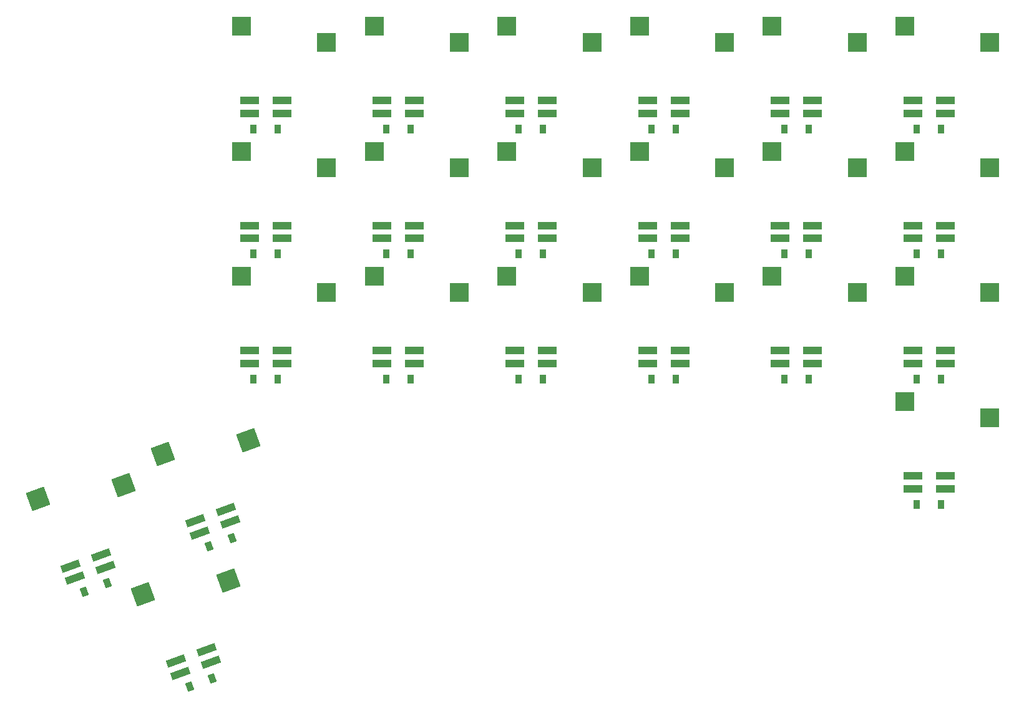
<source format=gbr>
%TF.GenerationSoftware,KiCad,Pcbnew,8.0.5*%
%TF.CreationDate,2024-09-15T18:22:07-04:00*%
%TF.ProjectId,theguy2,74686567-7579-4322-9e6b-696361645f70,v1.0.0*%
%TF.SameCoordinates,Original*%
%TF.FileFunction,Paste,Bot*%
%TF.FilePolarity,Positive*%
%FSLAX46Y46*%
G04 Gerber Fmt 4.6, Leading zero omitted, Abs format (unit mm)*
G04 Created by KiCad (PCBNEW 8.0.5) date 2024-09-15 18:22:07*
%MOMM*%
%LPD*%
G01*
G04 APERTURE LIST*
G04 Aperture macros list*
%AMRotRect*
0 Rectangle, with rotation*
0 The origin of the aperture is its center*
0 $1 length*
0 $2 width*
0 $3 Rotation angle, in degrees counterclockwise*
0 Add horizontal line*
21,1,$1,$2,0,0,$3*%
G04 Aperture macros list end*
%ADD10R,2.600000X1.000000*%
%ADD11R,2.600000X2.600000*%
%ADD12R,0.900000X1.200000*%
%ADD13RotRect,2.600000X2.600000X20.000000*%
%ADD14RotRect,0.900000X1.200000X20.000000*%
%ADD15RotRect,2.600000X1.000000X20.000000*%
G04 APERTURE END LIST*
D10*
%TO.C,LED4*%
X296575000Y-111825000D03*
X296575000Y-110075000D03*
X300975000Y-110075000D03*
X300975000Y-111825000D03*
%TD*%
%TO.C,LED8*%
X278575000Y-94825000D03*
X278575000Y-93075000D03*
X282975000Y-93075000D03*
X282975000Y-94825000D03*
%TD*%
D11*
%TO.C,S17*%
X223500000Y-83000000D03*
X235050000Y-85200000D03*
%TD*%
%TO.C,S14*%
X241500000Y-83000000D03*
X253050000Y-85200000D03*
%TD*%
D10*
%TO.C,LED17*%
X224575000Y-94825000D03*
X224575000Y-93075000D03*
X228975000Y-93075000D03*
X228975000Y-94825000D03*
%TD*%
D12*
%TO.C,D6*%
X297125000Y-79950000D03*
X300425000Y-79950000D03*
%TD*%
D10*
%TO.C,LED6*%
X296575000Y-77825000D03*
X296575000Y-76075000D03*
X300975000Y-76075000D03*
X300975000Y-77825000D03*
%TD*%
D11*
%TO.C,S11*%
X259500000Y-83000000D03*
X271050000Y-85200000D03*
%TD*%
%TO.C,S13*%
X259500000Y-49000000D03*
X271050000Y-51200000D03*
%TD*%
D10*
%TO.C,LED10*%
X278575000Y-60825000D03*
X278575000Y-59075000D03*
X282975000Y-59075000D03*
X282975000Y-60825000D03*
%TD*%
%TO.C,LED5*%
X296575000Y-94825000D03*
X296575000Y-93075000D03*
X300975000Y-93075000D03*
X300975000Y-94825000D03*
%TD*%
D12*
%TO.C,D11*%
X261125000Y-96950000D03*
X264425000Y-96950000D03*
%TD*%
D10*
%TO.C,LED15*%
X242575000Y-77825000D03*
X242575000Y-76075000D03*
X246975000Y-76075000D03*
X246975000Y-77825000D03*
%TD*%
D12*
%TO.C,D7*%
X297125000Y-62950000D03*
X300425000Y-62950000D03*
%TD*%
D13*
%TO.C,S23*%
X194790979Y-107070992D03*
X206396873Y-105187983D03*
%TD*%
D12*
%TO.C,D12*%
X261125000Y-79950000D03*
X264425000Y-79950000D03*
%TD*%
D10*
%TO.C,LED14*%
X242575000Y-94825000D03*
X242575000Y-93075000D03*
X246975000Y-93075000D03*
X246975000Y-94825000D03*
%TD*%
D12*
%TO.C,D8*%
X279125000Y-96950000D03*
X282425000Y-96950000D03*
%TD*%
%TO.C,D13*%
X261125000Y-62950000D03*
X264425000Y-62950000D03*
%TD*%
%TO.C,D19*%
X225125000Y-62950000D03*
X228425000Y-62950000D03*
%TD*%
D10*
%TO.C,LED18*%
X224575000Y-77825000D03*
X224575000Y-76075000D03*
X228975000Y-76075000D03*
X228975000Y-77825000D03*
%TD*%
D11*
%TO.C,S15*%
X241500000Y-66000000D03*
X253050000Y-68200000D03*
%TD*%
D12*
%TO.C,D17*%
X225125000Y-96950000D03*
X228425000Y-96950000D03*
%TD*%
D10*
%TO.C,LED21*%
X206575000Y-77825000D03*
X206575000Y-76075000D03*
X210975000Y-76075000D03*
X210975000Y-77825000D03*
%TD*%
D12*
%TO.C,D5*%
X297125000Y-96950000D03*
X300425000Y-96950000D03*
%TD*%
D11*
%TO.C,S20*%
X205500000Y-83000000D03*
X217050000Y-85200000D03*
%TD*%
D12*
%TO.C,D20*%
X207125000Y-96950000D03*
X210425000Y-96950000D03*
%TD*%
D10*
%TO.C,LED19*%
X224575000Y-60825000D03*
X224575000Y-59075000D03*
X228975000Y-59075000D03*
X228975000Y-60825000D03*
%TD*%
D12*
%TO.C,D10*%
X279125000Y-62950000D03*
X282425000Y-62950000D03*
%TD*%
D11*
%TO.C,S16*%
X241500000Y-49000000D03*
X253050000Y-51200000D03*
%TD*%
D14*
%TO.C,D25*%
X198446269Y-138676876D03*
X201547255Y-137548210D03*
%TD*%
D13*
%TO.C,S24*%
X177876512Y-113227354D03*
X189482406Y-111344345D03*
%TD*%
D10*
%TO.C,LED9*%
X278575000Y-77825000D03*
X278575000Y-76075000D03*
X282975000Y-76075000D03*
X282975000Y-77825000D03*
%TD*%
D11*
%TO.C,S8*%
X277500000Y-83000000D03*
X289050000Y-85200000D03*
%TD*%
D10*
%TO.C,LED22*%
X206575000Y-60825000D03*
X206575000Y-59075000D03*
X210975000Y-59075000D03*
X210975000Y-60825000D03*
%TD*%
D11*
%TO.C,S7*%
X295500000Y-49000000D03*
X307050000Y-51200000D03*
%TD*%
D12*
%TO.C,D4*%
X297125000Y-113950000D03*
X300425000Y-113950000D03*
%TD*%
D11*
%TO.C,S21*%
X205500000Y-66000000D03*
X217050000Y-68200000D03*
%TD*%
D12*
%TO.C,D15*%
X243125000Y-79950000D03*
X246425000Y-79950000D03*
%TD*%
D13*
%TO.C,S25*%
X192148088Y-126123947D03*
X203753982Y-124240938D03*
%TD*%
D11*
%TO.C,S6*%
X295500000Y-66000000D03*
X307050000Y-68200000D03*
%TD*%
D12*
%TO.C,D18*%
X225125000Y-79950000D03*
X228425000Y-79950000D03*
%TD*%
%TO.C,D21*%
X207125000Y-79950000D03*
X210425000Y-79950000D03*
%TD*%
D11*
%TO.C,S10*%
X277500000Y-49000000D03*
X289050000Y-51200000D03*
%TD*%
%TO.C,S5*%
X295500000Y-83000000D03*
X307050000Y-85200000D03*
%TD*%
D14*
%TO.C,D23*%
X201089160Y-119623920D03*
X204190146Y-118495254D03*
%TD*%
D10*
%TO.C,LED13*%
X260575000Y-60825000D03*
X260575000Y-59075000D03*
X264975000Y-59075000D03*
X264975000Y-60825000D03*
%TD*%
D12*
%TO.C,D14*%
X243125000Y-96950000D03*
X246425000Y-96950000D03*
%TD*%
%TO.C,D16*%
X243125000Y-62950000D03*
X246425000Y-62950000D03*
%TD*%
D10*
%TO.C,LED11*%
X260575000Y-94825000D03*
X260575000Y-93075000D03*
X264975000Y-93075000D03*
X264975000Y-94825000D03*
%TD*%
D15*
%TO.C,LED24*%
X182931070Y-123971547D03*
X182332535Y-122327085D03*
X186467182Y-120822197D03*
X187065717Y-122466659D03*
%TD*%
D11*
%TO.C,S22*%
X205500000Y-49000000D03*
X217050000Y-51200000D03*
%TD*%
D15*
%TO.C,LED23*%
X199845537Y-117815185D03*
X199247002Y-116170723D03*
X203381649Y-114665835D03*
X203980184Y-116310297D03*
%TD*%
D10*
%TO.C,LED12*%
X260575000Y-77825000D03*
X260575000Y-76075000D03*
X264975000Y-76075000D03*
X264975000Y-77825000D03*
%TD*%
%TO.C,LED20*%
X206575000Y-94825000D03*
X206575000Y-93075000D03*
X210975000Y-93075000D03*
X210975000Y-94825000D03*
%TD*%
D11*
%TO.C,S18*%
X223500000Y-66000000D03*
X235050000Y-68200000D03*
%TD*%
%TO.C,S4*%
X295500000Y-100000000D03*
X307050000Y-102200000D03*
%TD*%
D12*
%TO.C,D22*%
X207125000Y-62950000D03*
X210425000Y-62950000D03*
%TD*%
D15*
%TO.C,LED25*%
X197202646Y-136868140D03*
X196604111Y-135223678D03*
X200738758Y-133718790D03*
X201337293Y-135363252D03*
%TD*%
D14*
%TO.C,D24*%
X184174693Y-125780283D03*
X187275679Y-124651617D03*
%TD*%
D10*
%TO.C,LED7*%
X296575000Y-60825000D03*
X296575000Y-59075000D03*
X300975000Y-59075000D03*
X300975000Y-60825000D03*
%TD*%
D11*
%TO.C,S9*%
X277500000Y-66000000D03*
X289050000Y-68200000D03*
%TD*%
D12*
%TO.C,D9*%
X279125000Y-79950000D03*
X282425000Y-79950000D03*
%TD*%
D10*
%TO.C,LED16*%
X242575000Y-60825000D03*
X242575000Y-59075000D03*
X246975000Y-59075000D03*
X246975000Y-60825000D03*
%TD*%
D11*
%TO.C,S12*%
X259500000Y-66000000D03*
X271050000Y-68200000D03*
%TD*%
%TO.C,S19*%
X223500000Y-49000000D03*
X235050000Y-51200000D03*
%TD*%
M02*

</source>
